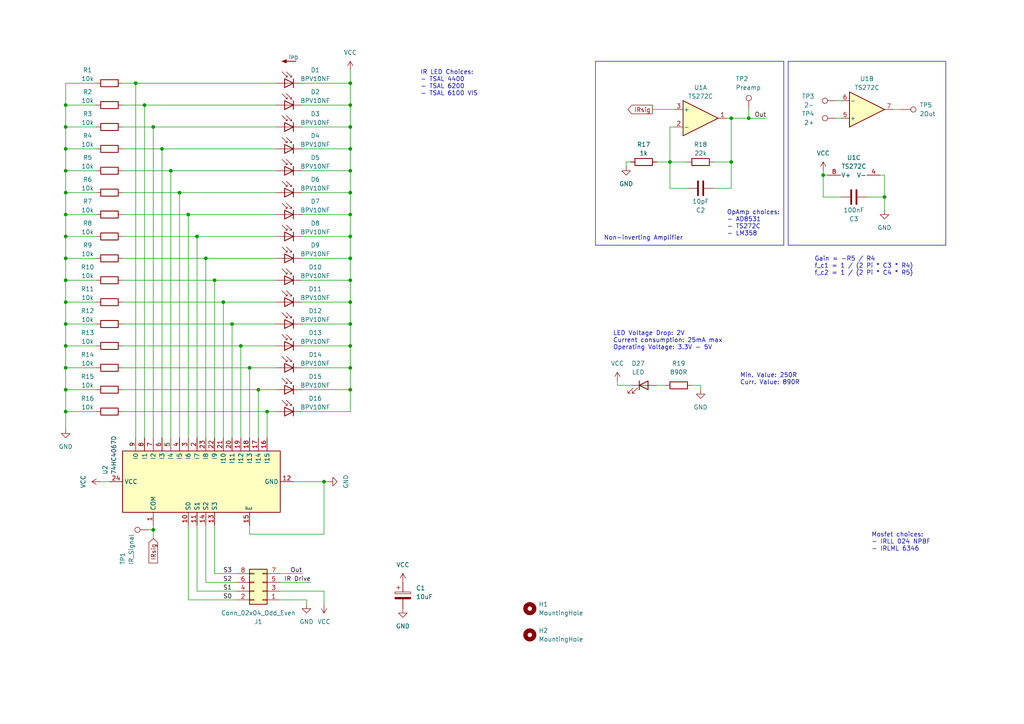
<source format=kicad_sch>
(kicad_sch (version 20230121) (generator eeschema)
  (paper "A4")
  (title_block (title "IR Receiver") (date "2022-11-23") (rev "3") (company "FH Dortmund - 42nibbles") (comment 1 "Jannik Schmöle"))
  (lib_symbols
    (symbol "74xx:CD74HC4067M"
      (property "Reference" "U" (at -8.89 22.86 0))
      (property "Value" "CD74HC4067M" (at 1.27 22.86 0))
      (symbol "CD74HC4067M_0_1"
        (rectangle (start -8.89 21.59) (end 8.89 -24.13) (stroke (width 0.254)) (fill (type background)))
      )
      (symbol "CD74HC4067M_1_1"
        (pin passive line (at -12.7 12.7 0) (length 3.81) (name "COM") (number "1"))
        (pin input line (at -12.7 2.54 0) (length 3.81) (name "S0") (number "10"))
        (pin input line (at -12.7 0 0) (length 3.81) (name "S1") (number "11"))
        (pin power_in line (at 0 -27.94 90) (length 3.81) (name "GND") (number "12"))
        (pin input line (at -12.7 -5.08 0) (length 3.81) (name "S3") (number "13"))
        (pin input line (at -12.7 -2.54 0) (length 3.81) (name "S2") (number "14"))
        (pin input line (at -12.7 -15.24 0) (length 3.81) (name "~{E}") (number "15"))
        (pin passive line (at 12.7 -20.32 180) (length 3.81) (name "I15") (number "16"))
        (pin passive line (at 12.7 -17.78 180) (length 3.81) (name "I14") (number "17"))
        (pin passive line (at 12.7 -15.24 180) (length 3.81) (name "I13") (number "18"))
        (pin passive line (at 12.7 -12.7 180) (length 3.81) (name "I12") (number "19"))
        (pin passive line (at 12.7 0 180) (length 3.81) (name "I7") (number "2"))
        (pin passive line (at 12.7 -10.16 180) (length 3.81) (name "I11") (number "20"))
        (pin passive line (at 12.7 -7.62 180) (length 3.81) (name "I10") (number "21"))
        (pin passive line (at 12.7 -5.08 180) (length 3.81) (name "I9") (number "22"))
        (pin passive line (at 12.7 -2.54 180) (length 3.81) (name "I8") (number "23"))
        (pin power_in line (at 0 25.4 270) (length 3.81) (name "VCC") (number "24"))
        (pin passive line (at 12.7 2.54 180) (length 3.81) (name "I6") (number "3"))
        (pin passive line (at 12.7 5.08 180) (length 3.81) (name "I5") (number "4"))
        (pin passive line (at 12.7 7.62 180) (length 3.81) (name "I4") (number "5"))
        (pin passive line (at 12.7 10.16 180) (length 3.81) (name "I3") (number "6"))
        (pin passive line (at 12.7 12.7 180) (length 3.81) (name "I2") (number "7"))
        (pin passive line (at 12.7 15.24 180) (length 3.81) (name "I1") (number "8"))
        (pin passive line (at 12.7 17.78 180) (length 3.81) (name "I0") (number "9"))
      )
    )
    (symbol "Amplifier_Operational:LM358" (pin_names (offset 0.127))
      (property "Reference" "U" (at 0 5.08 0))
      (property "Value" "LM358" (at 0 -5.08 0))
      (symbol "LM358_1_1"
        (polyline (pts (xy -5.08 5.08) (xy 5.08 0) (xy -5.08 -5.08) (xy -5.08 5.08)) (stroke (width 0.254)) (fill (type background)))
        (pin output line (at 7.62 0 180) (length 2.54) (name "~") (number "1"))
        (pin input line (at -7.62 -2.54 0) (length 2.54) (name "-") (number "2"))
        (pin input line (at -7.62 2.54 0) (length 2.54) (name "+") (number "3"))
      )
      (symbol "LM358_2_1"
        (polyline (pts (xy -5.08 5.08) (xy 5.08 0) (xy -5.08 -5.08) (xy -5.08 5.08)) (stroke (width 0.254)) (fill (type background)))
        (pin input line (at -7.62 2.54 0) (length 2.54) (name "+") (number "5"))
        (pin input line (at -7.62 -2.54 0) (length 2.54) (name "-") (number "6"))
        (pin output line (at 7.62 0 180) (length 2.54) (name "~") (number "7"))
      )
      (symbol "LM358_3_1"
        (pin power_in line (at -2.54 -7.62 90) (length 3.81) (name "V-") (number "4"))
        (pin power_in line (at -2.54 7.62 270) (length 3.81) (name "V+") (number "8"))
      )
    )
    (symbol "Connector:TestPoint" (pin_numbers hide) (pin_names (offset 0.762) hide)
      (property "Reference" "TP" (at 0 6.858 0))
      (property "Value" "TestPoint" (at 0 5.08 0))
      (symbol "TestPoint_0_1"
        (circle (center 0 3.302) (radius 0.762))
      )
      (symbol "TestPoint_1_1"
        (pin passive line (at 0 0 90) (length 2.54) (name "1") (number "1"))
      )
    )
    (symbol "Connector_Generic:Conn_02x04_Odd_Even" (pin_names (offset 1.016) hide)
      (property "Reference" "J" (at 1.27 5.08 0))
      (property "Value" "Conn_02x04_Odd_Even" (at 1.27 -7.62 0))
      (symbol "Conn_02x04_Odd_Even_1_1"
        (rectangle (start -1.27 -4.953) (end 0 -5.207) (stroke (width 0.1524)))
        (rectangle (start -1.27 -2.413) (end 0 -2.667) (stroke (width 0.1524)))
        (rectangle (start -1.27 0.127) (end 0 -0.127) (stroke (width 0.1524)))
        (rectangle (start -1.27 2.667) (end 0 2.413) (stroke (width 0.1524)))
        (rectangle (start -1.27 3.81) (end 3.81 -6.35) (stroke (width 0.254)) (fill (type background)))
        (rectangle (start 3.81 -4.953) (end 2.54 -5.207) (stroke (width 0.1524)))
        (rectangle (start 3.81 -2.413) (end 2.54 -2.667) (stroke (width 0.1524)))
        (rectangle (start 3.81 0.127) (end 2.54 -0.127) (stroke (width 0.1524)))
        (rectangle (start 3.81 2.667) (end 2.54 2.413) (stroke (width 0.1524)))
        (pin passive line (at -5.08 2.54 0) (length 3.81) (name "Pin_1") (number "1"))
        (pin passive line (at 7.62 2.54 180) (length 3.81) (name "Pin_2") (number "2"))
        (pin passive line (at -5.08 0 0) (length 3.81) (name "Pin_3") (number "3"))
        (pin passive line (at 7.62 0 180) (length 3.81) (name "Pin_4") (number "4"))
        (pin passive line (at -5.08 -2.54 0) (length 3.81) (name "Pin_5") (number "5"))
        (pin passive line (at 7.62 -2.54 180) (length 3.81) (name "Pin_6") (number "6"))
        (pin passive line (at -5.08 -5.08 0) (length 3.81) (name "Pin_7") (number "7"))
        (pin passive line (at 7.62 -5.08 180) (length 3.81) (name "Pin_8") (number "8"))
      )
    )
    (symbol "Device:C" (pin_numbers hide) (pin_names (offset 0.254))
      (property "Reference" "C" (at 0.635 2.54 0))
      (property "Value" "C" (at 0.635 -2.54 0))
      (symbol "C_0_1"
        (polyline (pts (xy -2.032 -0.762) (xy 2.032 -0.762)) (stroke (width 0.508)))
        (polyline (pts (xy -2.032 0.762) (xy 2.032 0.762)) (stroke (width 0.508)))
      )
      (symbol "C_1_1"
        (pin passive line (at 0 3.81 270) (length 2.794) (name "~") (number "1"))
        (pin passive line (at 0 -3.81 90) (length 2.794) (name "~") (number "2"))
      )
    )
    (symbol "Device:C_Polarized" (pin_numbers hide) (pin_names (offset 0.254))
      (property "Reference" "C" (at 0.635 2.54 0))
      (property "Value" "C_Polarized" (at 0.635 -2.54 0))
      (symbol "C_Polarized_0_1"
        (rectangle (start -2.286 0.508) (end 2.286 1.016))
        (polyline (pts (xy -1.778 2.286) (xy -0.762 2.286)))
        (polyline (pts (xy -1.27 2.794) (xy -1.27 1.778)))
        (rectangle (start 2.286 -0.508) (end -2.286 -1.016) (fill (type outline)))
      )
      (symbol "C_Polarized_1_1"
        (pin passive line (at 0 3.81 270) (length 2.794) (name "~") (number "1"))
        (pin passive line (at 0 -3.81 90) (length 2.794) (name "~") (number "2"))
      )
    )
    (symbol "Device:D_Photo" (pin_numbers hide) (pin_names hide)
      (property "Reference" "D" (at 0.508 1.778 0))
      (property "Value" "D_Photo" (at -1.016 -2.794 0))
      (symbol "D_Photo_0_1"
        (polyline (pts (xy -2.54 1.27) (xy -2.54 -1.27)) (stroke (width 0.254)))
        (polyline (pts (xy -2.032 1.778) (xy -1.524 1.778)))
        (polyline (pts (xy 0 0) (xy -2.54 0)))
        (polyline (pts (xy -0.508 3.302) (xy -2.032 1.778) (xy -2.032 2.286)))
        (polyline (pts (xy 0 -1.27) (xy 0 1.27) (xy -2.54 0) (xy 0 -1.27)) (stroke (width 0.254)))
        (polyline (pts (xy 0.762 3.302) (xy -0.762 1.778) (xy -0.762 2.286) (xy -0.762 1.778) (xy -0.254 1.778)))
      )
      (symbol "D_Photo_1_1"
        (pin passive line (at -5.08 0 0) (length 2.54) (name "K") (number "1"))
        (pin passive line (at 2.54 0 180) (length 2.54) (name "A") (number "2"))
      )
    )
    (symbol "Device:LED" (pin_numbers hide) (pin_names (offset 1.016) hide)
      (property "Reference" "D" (at 0 2.54 0))
      (property "Value" "LED" (at 0 -2.54 0))
      (symbol "LED_0_1"
        (polyline (pts (xy -1.27 -1.27) (xy -1.27 1.27)) (stroke (width 0.254)))
        (polyline (pts (xy -1.27 0) (xy 1.27 0)))
        (polyline (pts (xy 1.27 -1.27) (xy 1.27 1.27) (xy -1.27 0) (xy 1.27 -1.27)) (stroke (width 0.254)))
        (polyline (pts (xy -3.048 -0.762) (xy -4.572 -2.286) (xy -3.81 -2.286) (xy -4.572 -2.286) (xy -4.572 -1.524)))
        (polyline (pts (xy -1.778 -0.762) (xy -3.302 -2.286) (xy -2.54 -2.286) (xy -3.302 -2.286) (xy -3.302 -1.524)))
      )
      (symbol "LED_1_1"
        (pin passive line (at -3.81 0 0) (length 2.54) (name "K") (number "1"))
        (pin passive line (at 3.81 0 180) (length 2.54) (name "A") (number "2"))
      )
    )
    (symbol "Device:R" (pin_numbers hide) (pin_names (offset 0))
      (property "Reference" "R" (at 2.032 0 90))
      (property "Value" "R" (at 0 0 90))
      (symbol "R_0_1"
        (rectangle (start -1.016 -2.54) (end 1.016 2.54) (stroke (width 0.254)))
      )
      (symbol "R_1_1"
        (pin passive line (at 0 3.81 270) (length 1.27) (name "~") (number "1"))
        (pin passive line (at 0 -3.81 90) (length 1.27) (name "~") (number "2"))
      )
    )
    (symbol "Graphic:SYM_Arrow_Small" (in_bom no) (on_board no)
      (symbol "SYM_Arrow_Small_0_1"
        (polyline (pts (xy 1.524 0) (xy -2.032 0)) (stroke (width 0.254)))
        (polyline (pts (xy 2.032 0) (xy 0.762 -0.508) (xy 0.762 0.508) (xy 2.032 0)) (fill (type outline)))
      )
    )
    (symbol "Mechanical:MountingHole" (pin_names (offset 1.016))
      (property "Reference" "H" (at 0 5.08 0))
      (property "Value" "MountingHole" (at 0 3.175 0))
      (symbol "MountingHole_0_1"
        (circle (center 0 0) (radius 1.27) (stroke (width 1.27)))
      )
    )
    (symbol "power:GND" (power) (pin_names (offset 0))
      (property "Value" "GND" (at 0 -3.81 0))
      (symbol "GND_0_1"
        (polyline (pts (xy 0 0) (xy 0 -1.27) (xy 1.27 -1.27) (xy 0 -2.54) (xy -1.27 -1.27) (xy 0 -1.27)))
      )
      (symbol "GND_1_1"
        (pin power_in line (at 0 0 270) (length 0) hide (name "GND") (number "1"))
      )
    )
    (symbol "power:VCC" (power) (pin_names (offset 0))
      (property "Value" "VCC" (at 0 3.81 0))
      (symbol "VCC_0_1"
        (polyline (pts (xy -0.762 1.27) (xy 0 2.54)))
        (polyline (pts (xy 0 0) (xy 0 2.54)))
        (polyline (pts (xy 0 2.54) (xy 0.762 1.27)))
      )
      (symbol "VCC_1_1"
        (pin power_in line (at 0 0 90) (length 0) hide (name "VCC") (number "1"))
      )
    )
  )
  (junction (at 19.05 74.93))
  (junction (at 101.6 74.93))
  (junction (at 19.05 36.83))
  (junction (at 19.05 49.53))
  (junction (at 19.05 113.03))
  (junction (at 62.23 81.28))
  (junction (at 19.05 106.68))
  (junction (at 93.98 139.7))
  (junction (at 19.05 55.88))
  (junction (at 19.05 93.98))
  (junction (at 101.6 81.28))
  (junction (at 49.53 49.53))
  (junction (at 46.99 43.18))
  (junction (at 19.05 43.18))
  (junction (at 39.37 24.13))
  (junction (at 101.6 49.53))
  (junction (at 212.09 34.29))
  (junction (at 101.6 93.98))
  (junction (at 52.07 55.88))
  (junction (at 19.05 119.38))
  (junction (at 19.05 87.63))
  (junction (at 101.6 68.58))
  (junction (at 44.45 36.83))
  (junction (at 101.6 30.48))
  (junction (at 74.93 113.03))
  (junction (at 217.17 34.29))
  (junction (at 57.15 68.58))
  (junction (at 69.85 100.33))
  (junction (at 101.6 62.23))
  (junction (at 59.69 74.93))
  (junction (at 238.76 50.8))
  (junction (at 101.6 87.63))
  (junction (at 19.05 100.33))
  (junction (at 44.45 153.67))
  (junction (at 54.61 62.23))
  (junction (at 212.09 46.99))
  (junction (at 256.54 57.15))
  (junction (at 101.6 43.18))
  (junction (at 64.77 87.63))
  (junction (at 101.6 24.13))
  (junction (at 19.05 62.23))
  (junction (at 101.6 106.68))
  (junction (at 101.6 113.03))
  (junction (at 67.31 93.98))
  (junction (at 194.31 46.99))
  (junction (at 101.6 55.88))
  (junction (at 101.6 36.83))
  (junction (at 41.91 30.48))
  (junction (at 101.6 100.33))
  (junction (at 19.05 30.48))
  (junction (at 77.47 119.38))
  (junction (at 72.39 106.68))
  (junction (at 19.05 68.58))
  (junction (at 19.05 81.28))
  (wire (pts (xy 80.01 74.93) (xy 59.69 74.93)))
  (wire (pts (xy 62.23 152.4) (xy 62.23 166.37)))
  (wire (pts (xy 101.6 74.93) (xy 101.6 81.28)))
  (wire (pts (xy 59.69 74.93) (xy 59.69 127)))
  (wire (pts (xy 57.15 152.4) (xy 57.15 171.45)))
  (wire (pts (xy 52.07 55.88) (xy 52.07 127)))
  (wire (pts (xy 27.94 93.98) (xy 19.05 93.98)))
  (wire (pts (xy 77.47 119.38) (xy 77.47 127)))
  (wire (pts (xy 256.54 50.8) (xy 255.27 50.8)))
  (wire (pts (xy 27.94 100.33) (xy 19.05 100.33)))
  (wire (pts (xy 182.88 111.76) (xy 179.07 111.76)))
  (wire (pts (xy 72.39 106.68) (xy 72.39 127)))
  (wire (pts (xy 39.37 24.13) (xy 39.37 127)))
  (wire (pts (xy 256.54 50.8) (xy 256.54 57.15)))
  (wire (pts (xy 27.94 36.83) (xy 19.05 36.83)))
  (wire (pts (xy 81.28 168.91) (xy 90.17 168.91)))
  (wire (pts (xy 44.45 156.21) (xy 44.45 153.67)))
  (wire (pts (xy 67.31 93.98) (xy 35.56 93.98)))
  (wire (pts (xy 54.61 62.23) (xy 54.61 127)))
  (wire (pts (xy 64.77 87.63) (xy 35.56 87.63)))
  (wire (pts (xy 212.09 54.61) (xy 212.09 46.99)))
  (wire (pts (xy 101.6 113.03) (xy 101.6 119.38)))
  (wire (pts (xy 19.05 30.48) (xy 19.05 36.83)))
  (wire (pts (xy 80.01 62.23) (xy 54.61 62.23)))
  (wire (pts (xy 199.39 54.61) (xy 194.31 54.61)))
  (wire (pts (xy 19.05 81.28) (xy 19.05 87.63)))
  (wire (pts (xy 27.94 30.48) (xy 19.05 30.48)))
  (wire (pts (xy 182.88 46.99) (xy 181.61 46.99)))
  (wire (pts (xy 194.31 36.83) (xy 194.31 46.99)))
  (wire (pts (xy 88.9 173.99) (xy 81.28 173.99)))
  (wire (pts (xy 62.23 81.28) (xy 62.23 127)))
  (wire (pts (xy 238.76 50.8) (xy 240.03 50.8)))
  (wire (pts (xy 44.45 153.67) (xy 44.45 152.4)))
  (wire (pts (xy 27.94 81.28) (xy 19.05 81.28)))
  (wire (pts (xy 93.98 154.94) (xy 93.98 139.7)))
  (wire (pts (xy 59.69 152.4) (xy 59.69 168.91)))
  (wire (pts (xy 52.07 55.88) (xy 35.56 55.88)))
  (wire (pts (xy 80.01 100.33) (xy 69.85 100.33)))
  (polyline (pts (xy 172.72 71.12) (xy 227.33 71.12)))
  (wire (pts (xy 74.93 113.03) (xy 74.93 127)))
  (wire (pts (xy 242.57 29.21) (xy 243.84 29.21)))
  (polyline (pts (xy 172.72 17.78) (xy 172.72 71.12)))
  (wire (pts (xy 101.6 49.53) (xy 87.63 49.53)))
  (wire (pts (xy 87.63 24.13) (xy 101.6 24.13)))
  (wire (pts (xy 19.05 55.88) (xy 19.05 62.23)))
  (wire (pts (xy 68.58 171.45) (xy 57.15 171.45)))
  (wire (pts (xy 101.6 55.88) (xy 87.63 55.88)))
  (wire (pts (xy 57.15 68.58) (xy 35.56 68.58)))
  (wire (pts (xy 212.09 34.29) (xy 210.82 34.29)))
  (polyline (pts (xy 274.32 71.12) (xy 274.32 17.78)))
  (wire (pts (xy 80.01 55.88) (xy 52.07 55.88)))
  (wire (pts (xy 101.6 100.33) (xy 101.6 106.68)))
  (wire (pts (xy 203.2 113.03) (xy 203.2 111.76)))
  (wire (pts (xy 27.94 43.18) (xy 19.05 43.18)))
  (wire (pts (xy 27.94 68.58) (xy 19.05 68.58)))
  (wire (pts (xy 54.61 173.99) (xy 68.58 173.99)))
  (wire (pts (xy 19.05 49.53) (xy 19.05 55.88)))
  (wire (pts (xy 101.6 113.03) (xy 87.63 113.03)))
  (polyline (pts (xy 172.72 17.78) (xy 227.33 17.78)))
  (wire (pts (xy 101.6 49.53) (xy 101.6 55.88)))
  (wire (pts (xy 243.84 57.15) (xy 238.76 57.15)))
  (wire (pts (xy 80.01 36.83) (xy 44.45 36.83)))
  (wire (pts (xy 46.99 43.18) (xy 35.56 43.18)))
  (wire (pts (xy 101.6 106.68) (xy 87.63 106.68)))
  (wire (pts (xy 80.01 30.48) (xy 41.91 30.48)))
  (wire (pts (xy 101.6 100.33) (xy 87.63 100.33)))
  (wire (pts (xy 54.61 152.4) (xy 54.61 173.99)))
  (wire (pts (xy 194.31 46.99) (xy 199.39 46.99)))
  (wire (pts (xy 101.6 106.68) (xy 101.6 113.03)))
  (wire (pts (xy 101.6 36.83) (xy 101.6 43.18)))
  (wire (pts (xy 81.28 171.45) (xy 93.98 171.45)))
  (wire (pts (xy 43.18 153.67) (xy 44.45 153.67)))
  (wire (pts (xy 95.25 139.7) (xy 93.98 139.7)))
  (polyline (pts (xy 228.6 17.78) (xy 274.32 17.78)))
  (wire (pts (xy 259.08 31.75) (xy 261.62 31.75)))
  (wire (pts (xy 194.31 36.83) (xy 195.58 36.83)))
  (wire (pts (xy 29.21 139.7) (xy 31.75 139.7)))
  (wire (pts (xy 77.47 119.38) (xy 35.56 119.38)))
  (wire (pts (xy 72.39 152.4) (xy 72.39 154.94)))
  (wire (pts (xy 41.91 30.48) (xy 41.91 127)))
  (wire (pts (xy 74.93 113.03) (xy 35.56 113.03)))
  (wire (pts (xy 87.63 87.63) (xy 101.6 87.63)))
  (wire (pts (xy 80.01 24.13) (xy 39.37 24.13)))
  (wire (pts (xy 242.57 34.29) (xy 243.84 34.29)))
  (wire (pts (xy 101.6 20.32) (xy 101.6 24.13)))
  (wire (pts (xy 27.94 55.88) (xy 19.05 55.88)))
  (wire (pts (xy 101.6 24.13) (xy 101.6 30.48)))
  (wire (pts (xy 49.53 49.53) (xy 35.56 49.53)))
  (wire (pts (xy 207.01 54.61) (xy 212.09 54.61)))
  (wire (pts (xy 189.23 31.75) (xy 195.58 31.75)))
  (wire (pts (xy 203.2 111.76) (xy 200.66 111.76)))
  (wire (pts (xy 54.61 62.23) (xy 35.56 62.23)))
  (wire (pts (xy 27.94 113.03) (xy 19.05 113.03)))
  (wire (pts (xy 101.6 93.98) (xy 87.63 93.98)))
  (wire (pts (xy 207.01 46.99) (xy 212.09 46.99)))
  (wire (pts (xy 80.01 93.98) (xy 67.31 93.98)))
  (wire (pts (xy 19.05 93.98) (xy 19.05 100.33)))
  (wire (pts (xy 256.54 60.96) (xy 256.54 57.15)))
  (polyline (pts (xy 228.6 17.78) (xy 228.6 71.12)))
  (polyline (pts (xy 227.33 71.12) (xy 227.33 17.78)))
  (wire (pts (xy 101.6 81.28) (xy 87.63 81.28)))
  (wire (pts (xy 251.46 57.15) (xy 256.54 57.15)))
  (wire (pts (xy 101.6 87.63) (xy 101.6 93.98)))
  (wire (pts (xy 80.01 68.58) (xy 57.15 68.58)))
  (wire (pts (xy 19.05 100.33) (xy 19.05 106.68)))
  (wire (pts (xy 19.05 87.63) (xy 19.05 93.98)))
  (wire (pts (xy 217.17 34.29) (xy 212.09 34.29)))
  (wire (pts (xy 80.01 87.63) (xy 64.77 87.63)))
  (wire (pts (xy 19.05 106.68) (xy 19.05 113.03)))
  (wire (pts (xy 19.05 62.23) (xy 19.05 68.58)))
  (wire (pts (xy 64.77 87.63) (xy 64.77 127)))
  (wire (pts (xy 27.94 49.53) (xy 19.05 49.53)))
  (wire (pts (xy 39.37 24.13) (xy 35.56 24.13)))
  (wire (pts (xy 194.31 54.61) (xy 194.31 46.99)))
  (wire (pts (xy 101.6 30.48) (xy 87.63 30.48)))
  (wire (pts (xy 44.45 36.83) (xy 44.45 127)))
  (wire (pts (xy 27.94 24.13) (xy 19.05 24.13)))
  (wire (pts (xy 87.63 166.37) (xy 81.28 166.37)))
  (wire (pts (xy 190.5 111.76) (xy 193.04 111.76)))
  (wire (pts (xy 69.85 100.33) (xy 35.56 100.33)))
  (wire (pts (xy 72.39 154.94) (xy 93.98 154.94)))
  (wire (pts (xy 80.01 43.18) (xy 46.99 43.18)))
  (wire (pts (xy 41.91 30.48) (xy 35.56 30.48)))
  (wire (pts (xy 85.09 139.7) (xy 93.98 139.7)))
  (wire (pts (xy 59.69 74.93) (xy 35.56 74.93)))
  (wire (pts (xy 101.6 68.58) (xy 101.6 74.93)))
  (wire (pts (xy 101.6 93.98) (xy 101.6 100.33)))
  (wire (pts (xy 19.05 36.83) (xy 19.05 43.18)))
  (wire (pts (xy 72.39 106.68) (xy 35.56 106.68)))
  (wire (pts (xy 87.63 119.38) (xy 101.6 119.38)))
  (wire (pts (xy 101.6 30.48) (xy 101.6 36.83)))
  (wire (pts (xy 68.58 166.37) (xy 62.23 166.37)))
  (wire (pts (xy 19.05 119.38) (xy 19.05 124.46)))
  (wire (pts (xy 46.99 43.18) (xy 46.99 127)))
  (wire (pts (xy 80.01 81.28) (xy 62.23 81.28)))
  (wire (pts (xy 179.07 111.76) (xy 179.07 110.49)))
  (wire (pts (xy 19.05 24.13) (xy 19.05 30.48)))
  (wire (pts (xy 62.23 81.28) (xy 35.56 81.28)))
  (wire (pts (xy 238.76 57.15) (xy 238.76 50.8)))
  (wire (pts (xy 69.85 100.33) (xy 69.85 127)))
  (wire (pts (xy 101.6 62.23) (xy 101.6 68.58)))
  (wire (pts (xy 181.61 46.99) (xy 181.61 48.26)))
  (wire (pts (xy 19.05 68.58) (xy 19.05 74.93)))
  (wire (pts (xy 27.94 119.38) (xy 19.05 119.38)))
  (wire (pts (xy 101.6 43.18) (xy 101.6 49.53)))
  (wire (pts (xy 101.6 81.28) (xy 101.6 87.63)))
  (wire (pts (xy 93.98 171.45) (xy 93.98 175.26)))
  (wire (pts (xy 101.6 36.83) (xy 87.63 36.83)))
  (wire (pts (xy 19.05 74.93) (xy 19.05 81.28)))
  (wire (pts (xy 101.6 43.18) (xy 87.63 43.18)))
  (wire (pts (xy 27.94 106.68) (xy 19.05 106.68)))
  (wire (pts (xy 101.6 68.58) (xy 87.63 68.58)))
  (wire (pts (xy 57.15 68.58) (xy 57.15 127)))
  (wire (pts (xy 44.45 36.83) (xy 35.56 36.83)))
  (wire (pts (xy 59.69 168.91) (xy 68.58 168.91)))
  (wire (pts (xy 190.5 46.99) (xy 194.31 46.99)))
  (wire (pts (xy 27.94 87.63) (xy 19.05 87.63)))
  (wire (pts (xy 19.05 113.03) (xy 19.05 119.38)))
  (wire (pts (xy 19.05 43.18) (xy 19.05 49.53)))
  (wire (pts (xy 217.17 31.75) (xy 217.17 34.29)))
  (wire (pts (xy 67.31 93.98) (xy 67.31 127)))
  (wire (pts (xy 212.09 46.99) (xy 212.09 34.29)))
  (wire (pts (xy 101.6 55.88) (xy 101.6 62.23)))
  (wire (pts (xy 101.6 74.93) (xy 87.63 74.93)))
  (wire (pts (xy 88.9 173.99) (xy 88.9 175.26)))
  (wire (pts (xy 80.01 106.68) (xy 72.39 106.68)))
  (wire (pts (xy 217.17 34.29) (xy 222.25 34.29)))
  (wire (pts (xy 27.94 62.23) (xy 19.05 62.23)))
  (wire (pts (xy 101.6 62.23) (xy 87.63 62.23)))
  (wire (pts (xy 27.94 74.93) (xy 19.05 74.93)))
  (polyline (pts (xy 228.6 71.12) (xy 274.32 71.12)))
  (wire (pts (xy 238.76 49.53) (xy 238.76 50.8)))
  (wire (pts (xy 80.01 113.03) (xy 74.93 113.03)))
  (wire (pts (xy 80.01 119.38) (xy 77.47 119.38)))
  (wire (pts (xy 49.53 49.53) (xy 49.53 127)))
  (wire (pts (xy 80.01 49.53) (xy 49.53 49.53)))
  (text "Mosfet choices:\n- IRLL 024 NPBF\n- IRLML 6346" (at 252.73 160.02 0) (effects (font (size 1.27 1.27)) (justify left bottom)))
  (text "LED Voltage Drop: 2V\nCurrent consumption: 25mA max\nOperating Voltage: 3.3V - 5V" (at 177.8 101.6 0) (effects (font (size 1.27 1.27)) (justify left bottom)))
  (text "OpAmp choices:\n- AD8531\n- TS272C\n- LM358" (at 210.82 68.58 0) (effects (font (size 1.27 1.27)) (justify left bottom)))
  (text "Gain = -R5 / R4\nf_c1 = 1 / (2 Pi * C3 * R4)\nf_c2 = 1 / (2 Pi * C4 * R5)" (at 236.22 80.01 0) (effects (font (size 1.27 1.27)) (justify left bottom)))
  (text "IR LED Choices:\n- TSAL 4400\n- TSAL 6200\n- TSAL 6100 VIS" (at 121.92 27.94 0) (effects (font (size 1.27 1.27)) (justify left bottom)))
  (text "Non-inverting Amplifier" (at 198.12 69.85 0) (effects (font (size 1.27 1.27)) (justify right bottom)))
  (text "Min. Value: 250R\nCurr. Value: 890R" (at 214.63 111.76 0) (effects (font (size 1.27 1.27)) (justify left bottom)))
  (label "S2" (at 67.31 168.91 180))
  (label "IR Drive" (at 90.17 168.91 180))
  (label "Out" (at 87.63 166.37 180))
  (label "S1" (at 67.31 171.45 180))
  (label "S0" (at 67.31 173.99 180))
  (label "Out" (at 222.25 34.29 180))
  (label "S3" (at 67.31 166.37 180))
  (global_label "IRsig" (shape output) (at 189.23 31.75 180) (property "Intersheetrefs" "${INTERSHEET_REFS}" (effects hide)))
  (global_label "IRsig" (shape input) (at 44.45 156.21 270) (property "Intersheetrefs" "${INTERSHEET_REFS}" (effects hide)))
  (symbol (lib_id "Device:R") (at 31.75 43.18 270) (mirror x) (unit 1)
    (property "Reference" "R4" (at 25.4 39.37 90))
    (property "Value" "10k" (at 25.4 41.91 90))
    (property "Footprint" "Resistor_SMD:R_0805_2012Metric_Pad1.20x1.40mm_HandSolder" (effects hide))
  )
  (symbol (lib_id "Connector:TestPoint") (at 43.18 153.67 90) (unit 1)
    (property "Reference" "TP1" (at 35.56 163.83 0) (effects (justify left)))
    (property "Value" "IR_Signal" (at 38.1 163.83 0) (effects (justify left)))
    (property "Footprint" "TestPoint:TestPoint_Pad_D1.0mm" (effects hide))
  )
  (symbol (lib_id "Device:R") (at 31.75 24.13 270) (mirror x) (unit 1)
    (property "Reference" "R1" (at 25.4 20.32 90))
    (property "Value" "10k" (at 25.4 22.86 90))
    (property "Footprint" "Resistor_SMD:R_0805_2012Metric_Pad1.20x1.40mm_HandSolder" (effects hide))
  )
  (symbol (lib_id "Device:D_Photo") (at 82.55 81.28 0) (mirror y) (unit 1)
    (property "Reference" "D10" (at 91.44 77.47 0))
    (property "Value" "BPV10NF" (at 91.44 80.01 0))
    (property "Footprint" "LED_THT:LED_D5.0mm_Horizontal_O3.81mm_Z3.0mm" (effects hide))
  )
  (symbol (lib_id "74xx:CD74HC4067M") (at 57.15 139.7 90) (unit 1)
    (property "Reference" "U2" (at 30.48 137.6806 0) (effects (justify left)))
    (property "Value" "74HC4067D" (at 33.02 137.6806 0) (effects (justify left)))
    (property "Footprint" "Package_SO:SOIC-24W_7.5x15.4mm_P1.27mm" (effects hide))
    (property "Datasheet" "http://www.ti.com/lit/ds/symlink/cd74hc4067.pdf" (effects hide))
  )
  (symbol (lib_id "Device:R") (at 31.75 87.63 270) (mirror x) (unit 1)
    (property "Reference" "R11" (at 25.4 83.82 90))
    (property "Value" "10k" (at 25.4 86.36 90))
    (property "Footprint" "Resistor_SMD:R_0805_2012Metric_Pad1.20x1.40mm_HandSolder" (effects hide))
  )
  (symbol (lib_id "Device:LED") (at 186.69 111.76 0) (unit 1)
    (property "Reference" "D27" (at 185.1025 105.41 0))
    (property "Value" "LED" (at 185.1025 107.95 0))
    (property "Footprint" "LED_SMD:LED_0805_2012Metric_Pad1.15x1.40mm_HandSolder" (effects hide))
  )
  (symbol (lib_id "power:GND") (at 256.54 60.96 0) (unit 1)
    (property "Reference" "#PWR04" (effects hide))
    (property "Value" "GND" (at 256.54 66.04 0))
  )
  (symbol (lib_id "Connector:TestPoint") (at 242.57 34.29 90) (unit 1)
    (property "Reference" "TP4" (at 236.22 33.02 90) (effects (justify left)))
    (property "Value" "2+" (at 236.22 35.56 90) (effects (justify left)))
    (property "Footprint" "TestPoint:TestPoint_Pad_D1.0mm" (effects hide))
  )
  (symbol (lib_id "Connector:TestPoint") (at 261.62 31.75 270) (unit 1)
    (property "Reference" "TP5" (at 266.7 30.48 90) (effects (justify left)))
    (property "Value" "2Out" (at 266.7 33.02 90) (effects (justify left)))
    (property "Footprint" "TestPoint:TestPoint_Pad_D1.0mm" (effects hide))
  )
  (symbol (lib_id "Mechanical:MountingHole") (at 153.67 184.15 0) (unit 1)
    (property "Reference" "H2" (at 156.21 182.8799 0) (effects (justify left)))
    (property "Value" "MountingHole" (at 156.21 185.4199 0) (effects (justify left)))
    (property "Footprint" "MountingHole:MountingHole_3.2mm_M3_DIN965" (effects hide))
  )
  (symbol (lib_id "Device:R") (at 31.75 62.23 270) (mirror x) (unit 1)
    (property "Reference" "R7" (at 25.4 58.42 90))
    (property "Value" "10k" (at 25.4 60.96 90))
    (property "Footprint" "Resistor_SMD:R_0805_2012Metric_Pad1.20x1.40mm_HandSolder" (effects hide))
  )
  (symbol (lib_id "Device:D_Photo") (at 82.55 49.53 0) (mirror y) (unit 1)
    (property "Reference" "D5" (at 91.44 45.72 0))
    (property "Value" "BPV10NF" (at 91.44 48.26 0))
    (property "Footprint" "LED_THT:LED_D5.0mm_Horizontal_O3.81mm_Z3.0mm" (effects hide))
  )
  (symbol (lib_id "power:VCC") (at 179.07 110.49 0) (unit 1)
    (property "Reference" "#PWR05" (effects hide))
    (property "Value" "VCC" (at 179.07 105.41 0))
  )
  (symbol (lib_id "power:VCC") (at 116.84 168.91 0) (unit 1)
    (property "Reference" "#PWR02" (effects hide))
    (property "Value" "VCC" (at 116.84 163.83 0))
  )
  (symbol (lib_id "Device:D_Photo") (at 82.55 30.48 0) (mirror y) (unit 1)
    (property "Reference" "D2" (at 91.44 26.67 0))
    (property "Value" "BPV10NF" (at 91.44 29.21 0))
    (property "Footprint" "LED_THT:LED_D5.0mm_Horizontal_O3.81mm_Z3.0mm" (effects hide))
  )
  (symbol (lib_id "power:VCC") (at 238.76 49.53 0) (unit 1)
    (property "Reference" "#PWR0108" (effects hide))
    (property "Value" "VCC" (at 238.76 44.45 0))
  )
  (symbol (lib_id "Device:D_Photo") (at 82.55 87.63 0) (mirror y) (unit 1)
    (property "Reference" "D11" (at 91.44 83.82 0))
    (property "Value" "BPV10NF" (at 91.44 86.36 0))
    (property "Footprint" "LED_THT:LED_D5.0mm_Horizontal_O3.81mm_Z3.0mm" (effects hide))
  )
  (symbol (lib_id "Device:D_Photo") (at 82.55 100.33 0) (mirror y) (unit 1)
    (property "Reference" "D13" (at 91.44 96.52 0))
    (property "Value" "BPV10NF" (at 91.44 99.06 0))
    (property "Footprint" "LED_THT:LED_D5.0mm_Horizontal_O3.81mm_Z3.0mm" (effects hide))
  )
  (symbol (lib_id "Device:R") (at 31.75 36.83 270) (mirror x) (unit 1)
    (property "Reference" "R3" (at 25.4 33.02 90))
    (property "Value" "10k" (at 25.4 35.56 90))
    (property "Footprint" "Resistor_SMD:R_0805_2012Metric_Pad1.20x1.40mm_HandSolder" (effects hide))
  )
  (symbol (lib_id "Device:D_Photo") (at 82.55 113.03 0) (mirror y) (unit 1)
    (property "Reference" "D15" (at 91.44 109.22 0))
    (property "Value" "BPV10NF" (at 91.44 111.76 0))
    (property "Footprint" "LED_THT:LED_D5.0mm_Horizontal_O3.81mm_Z3.0mm" (effects hide))
  )
  (symbol (lib_id "power:GND") (at 95.25 139.7 90) (unit 1)
    (property "Reference" "#PWR01" (effects hide))
    (property "Value" "GND" (at 100.33 139.7 0))
  )
  (symbol (lib_id "Graphic:SYM_Arrow_Small") (at 83.82 17.78 0) (mirror y) (unit 1) (in_bom no) (on_board no)
    (property "Reference" "#SYM1" (effects hide))
    (property "Value" "I_{PD}" (at 85.09 16.51 0))
    (property "Sim.Enable" "0" (effects hide))
  )
  (symbol (lib_id "Device:D_Photo") (at 82.55 62.23 0) (mirror y) (unit 1)
    (property "Reference" "D7" (at 91.44 58.42 0))
    (property "Value" "BPV10NF" (at 91.44 60.96 0))
    (property "Footprint" "LED_THT:LED_D5.0mm_Horizontal_O3.81mm_Z3.0mm" (effects hide))
  )
  (symbol (lib_id "Connector:TestPoint") (at 217.17 31.75 0) (unit 1)
    (property "Reference" "TP2" (at 213.36 22.86 0) (effects (justify left)))
    (property "Value" "Preamp" (at 213.36 25.4 0) (effects (justify left)))
    (property "Footprint" "TestPoint:TestPoint_Pad_D1.0mm" (effects hide))
  )
  (symbol (lib_id "Device:R") (at 31.75 74.93 270) (mirror x) (unit 1)
    (property "Reference" "R9" (at 25.4 71.12 90))
    (property "Value" "10k" (at 25.4 73.66 90))
    (property "Footprint" "Resistor_SMD:R_0805_2012Metric_Pad1.20x1.40mm_HandSolder" (effects hide))
  )
  (symbol (lib_id "power:VCC") (at 93.98 175.26 180) (unit 1)
    (property "Reference" "#PWR0105" (effects hide))
    (property "Value" "VCC" (at 93.98 180.34 0))
  )
  (symbol (lib_id "Device:D_Photo") (at 82.55 119.38 0) (mirror y) (unit 1)
    (property "Reference" "D16" (at 91.44 115.57 0))
    (property "Value" "BPV10NF" (at 91.44 118.11 0))
    (property "Footprint" "LED_THT:LED_D5.0mm_Horizontal_O3.81mm_Z3.0mm" (effects hide))
  )
  (symbol (lib_id "power:GND") (at 116.84 176.53 0) (unit 1)
    (property "Reference" "#PWR03" (effects hide))
    (property "Value" "GND" (at 116.84 181.61 0))
  )
  (symbol (lib_id "Device:D_Photo") (at 82.55 68.58 0) (mirror y) (unit 1)
    (property "Reference" "D8" (at 91.44 64.77 0))
    (property "Value" "BPV10NF" (at 91.44 67.31 0))
    (property "Footprint" "LED_THT:LED_D5.0mm_Horizontal_O3.81mm_Z3.0mm" (effects hide))
  )
  (symbol (lib_id "Device:D_Photo") (at 82.55 74.93 0) (mirror y) (unit 1)
    (property "Reference" "D9" (at 91.44 71.12 0))
    (property "Value" "BPV10NF" (at 91.44 73.66 0))
    (property "Footprint" "LED_THT:LED_D5.0mm_Horizontal_O3.81mm_Z3.0mm" (effects hide))
  )
  (symbol (lib_id "Connector_Generic:Conn_02x04_Odd_Even") (at 76.2 171.45 180) (unit 1)
    (property "Reference" "J1" (at 74.93 180.34 0))
    (property "Value" "Conn_02x04_Odd_Even" (at 74.93 177.8 0))
    (property "Footprint" "Connector_PinHeader_2.54mm:PinHeader_2x04_P2.54mm_Vertical" (effects hide))
  )
  (symbol (lib_id "Connector:TestPoint") (at 242.57 29.21 90) (unit 1)
    (property "Reference" "TP3" (at 236.22 27.94 90) (effects (justify left)))
    (property "Value" "2-" (at 236.22 30.48 90) (effects (justify left)))
    (property "Footprint" "TestPoint:TestPoint_Pad_D1.0mm" (effects hide))
  )
  (symbol (lib_id "power:GND") (at 181.61 48.26 0) (unit 1)
    (property "Reference" "#PWR0101" (effects hide))
    (property "Value" "GND" (at 181.61 53.34 0))
  )
  (symbol (lib_id "Device:C_Polarized") (at 116.84 172.72 0) (unit 1)
    (property "Reference" "C1" (at 120.65 170.5609 0) (effects (justify left)))
    (property "Value" "10uF" (at 120.65 173.1009 0) (effects (justify left)))
    (property "Footprint" "Capacitor_THT:CP_Radial_D5.0mm_P2.50mm" (effects hide))
  )
  (symbol (lib_id "Device:D_Photo") (at 82.55 36.83 0) (mirror y) (unit 1)
    (property "Reference" "D3" (at 91.44 33.02 0))
    (property "Value" "BPV10NF" (at 91.44 35.56 0))
    (property "Footprint" "LED_THT:LED_D5.0mm_Horizontal_O3.81mm_Z3.0mm" (effects hide))
  )
  (symbol (lib_id "Amplifier_Operational:LM358") (at 251.46 31.75 0) (mirror x) (unit 2)
    (property "Reference" "U1" (at 251.46 22.86 0))
    (property "Value" "TS272C" (at 251.46 25.4 0))
    (property "Footprint" "Package_SO:SOP-8_3.9x4.9mm_P1.27mm" (effects hide))
    (property "Datasheet" "http://www.ti.com/lit/ds/symlink/lm2904-n.pdf" (effects hide))
  )
  (symbol (lib_id "power:GND") (at 19.05 124.46 0) (mirror y) (unit 1)
    (property "Reference" "#PWR0103" (effects hide))
    (property "Value" "GND" (at 19.05 129.54 0))
  )
  (symbol (lib_id "Mechanical:MountingHole") (at 153.67 176.53 0) (unit 1)
    (property "Reference" "H1" (at 156.21 175.2599 0) (effects (justify left)))
    (property "Value" "MountingHole" (at 156.21 177.7999 0) (effects (justify left)))
    (property "Footprint" "MountingHole:MountingHole_3.2mm_M3_DIN965" (effects hide))
  )
  (symbol (lib_id "Device:R") (at 31.75 93.98 270) (mirror x) (unit 1)
    (property "Reference" "R12" (at 25.4 90.17 90))
    (property "Value" "10k" (at 25.4 92.71 90))
    (property "Footprint" "Resistor_SMD:R_0805_2012Metric_Pad1.20x1.40mm_HandSolder" (effects hide))
  )
  (symbol (lib_id "Device:C") (at 203.2 54.61 90) (mirror x) (unit 1)
    (property "Reference" "C2" (at 203.2 60.96 90))
    (property "Value" "10pF" (at 203.2 58.42 90))
    (property "Footprint" "Capacitor_SMD:C_0805_2012Metric_Pad1.18x1.45mm_HandSolder" (effects hide))
  )
  (symbol (lib_id "Device:R") (at 203.2 46.99 90) (unit 1)
    (property "Reference" "R18" (at 203.2 41.91 90))
    (property "Value" "22k" (at 203.2 44.45 90))
    (property "Footprint" "Resistor_SMD:R_0805_2012Metric_Pad1.20x1.40mm_HandSolder" (effects hide))
  )
  (symbol (lib_id "Device:R") (at 31.75 30.48 270) (mirror x) (unit 1)
    (property "Reference" "R2" (at 25.4 26.67 90))
    (property "Value" "10k" (at 25.4 29.21 90))
    (property "Footprint" "Resistor_SMD:R_0805_2012Metric_Pad1.20x1.40mm_HandSolder" (effects hide))
  )
  (symbol (lib_id "Device:R") (at 31.75 68.58 270) (mirror x) (unit 1)
    (property "Reference" "R8" (at 25.4 64.77 90))
    (property "Value" "10k" (at 25.4 67.31 90))
    (property "Footprint" "Resistor_SMD:R_0805_2012Metric_Pad1.20x1.40mm_HandSolder" (effects hide))
  )
  (symbol (lib_id "Device:R") (at 196.85 111.76 90) (unit 1)
    (property "Reference" "R19" (at 196.85 105.41 90))
    (property "Value" "890R" (at 196.85 107.95 90))
    (property "Footprint" "Resistor_SMD:R_0805_2012Metric_Pad1.20x1.40mm_HandSolder" (effects hide))
  )
  (symbol (lib_id "Amplifier_Operational:LM358") (at 247.65 48.26 90) (unit 3)
    (property "Reference" "U1" (at 247.65 45.72 90))
    (property "Value" "TS272C" (at 247.65 48.26 90))
    (property "Footprint" "Package_SO:SOP-8_3.9x4.9mm_P1.27mm" (effects hide))
    (property "Datasheet" "http://www.ti.com/lit/ds/symlink/lm2904-n.pdf" (effects hide))
  )
  (symbol (lib_id "power:GND") (at 203.2 113.03 0) (mirror y) (unit 1)
    (property "Reference" "#PWR06" (effects hide))
    (property "Value" "GND" (at 203.2 118.11 0))
  )
  (symbol (lib_id "Device:R") (at 31.75 55.88 270) (mirror x) (unit 1)
    (property "Reference" "R6" (at 25.4 52.07 90))
    (property "Value" "10k" (at 25.4 54.61 90))
    (property "Footprint" "Resistor_SMD:R_0805_2012Metric_Pad1.20x1.40mm_HandSolder" (effects hide))
  )
  (symbol (lib_id "Device:D_Photo") (at 82.55 24.13 0) (mirror y) (unit 1)
    (property "Reference" "D1" (at 91.44 20.32 0))
    (property "Value" "BPV10NF" (at 91.44 22.86 0))
    (property "Footprint" "LED_THT:LED_D5.0mm_Horizontal_O3.81mm_Z3.0mm" (effects hide))
  )
  (symbol (lib_id "Device:D_Photo") (at 82.55 55.88 0) (mirror y) (unit 1)
    (property "Reference" "D6" (at 91.44 52.07 0))
    (property "Value" "BPV10NF" (at 91.44 54.61 0))
    (property "Footprint" "LED_THT:LED_D5.0mm_Horizontal_O3.81mm_Z3.0mm" (effects hide))
  )
  (symbol (lib_id "Device:R") (at 31.75 49.53 270) (mirror x) (unit 1)
    (property "Reference" "R5" (at 25.4 45.72 90))
    (property "Value" "10k" (at 25.4 48.26 90))
    (property "Footprint" "Resistor_SMD:R_0805_2012Metric_Pad1.20x1.40mm_HandSolder" (effects hide))
  )
  (symbol (lib_id "Device:R") (at 31.75 113.03 270) (mirror x) (unit 1)
    (property "Reference" "R15" (at 25.4 109.22 90))
    (property "Value" "10k" (at 25.4 111.76 90))
    (property "Footprint" "Resistor_SMD:R_0805_2012Metric_Pad1.20x1.40mm_HandSolder" (effects hide))
  )
  (symbol (lib_id "power:GND") (at 88.9 175.26 0) (unit 1)
    (property "Reference" "#PWR0104" (effects hide))
    (property "Value" "GND" (at 88.9 180.34 0))
  )
  (symbol (lib_id "Device:R") (at 186.69 46.99 90) (unit 1)
    (property "Reference" "R17" (at 186.69 41.91 90))
    (property "Value" "1k" (at 186.69 44.45 90))
    (property "Footprint" "Resistor_SMD:R_0805_2012Metric_Pad1.20x1.40mm_HandSolder" (effects hide))
  )
  (symbol (lib_id "power:VCC") (at 29.21 139.7 90) (unit 1)
    (property "Reference" "#PWR0102" (effects hide))
    (property "Value" "VCC" (at 24.13 139.7 0))
  )
  (symbol (lib_id "Device:R") (at 31.75 119.38 270) (mirror x) (unit 1)
    (property "Reference" "R16" (at 25.4 115.57 90))
    (property "Value" "10k" (at 25.4 118.11 90))
    (property "Footprint" "Resistor_SMD:R_0805_2012Metric_Pad1.20x1.40mm_HandSolder" (effects hide))
  )
  (symbol (lib_id "Device:D_Photo") (at 82.55 43.18 0) (mirror y) (unit 1)
    (property "Reference" "D4" (at 91.44 39.37 0))
    (property "Value" "BPV10NF" (at 91.44 41.91 0))
    (property "Footprint" "LED_THT:LED_D5.0mm_Horizontal_O3.81mm_Z3.0mm" (effects hide))
  )
  (symbol (lib_id "Device:R") (at 31.75 106.68 270) (mirror x) (unit 1)
    (property "Reference" "R14" (at 25.4 102.87 90))
    (property "Value" "10k" (at 25.4 105.41 90))
    (property "Footprint" "Resistor_SMD:R_0805_2012Metric_Pad1.20x1.40mm_HandSolder" (effects hide))
  )
  (symbol (lib_id "Device:R") (at 31.75 100.33 270) (mirror x) (unit 1)
    (property "Reference" "R13" (at 25.4 96.52 90))
    (property "Value" "10k" (at 25.4 99.06 90))
    (property "Footprint" "Resistor_SMD:R_0805_2012Metric_Pad1.20x1.40mm_HandSolder" (effects hide))
  )
  (symbol (lib_id "Device:D_Photo") (at 82.55 93.98 0) (mirror y) (unit 1)
    (property "Reference" "D12" (at 91.44 90.17 0))
    (property "Value" "BPV10NF" (at 91.44 92.71 0))
    (property "Footprint" "LED_THT:LED_D5.0mm_Horizontal_O3.81mm_Z3.0mm" (effects hide))
  )
  (symbol (lib_id "Device:R") (at 31.75 81.28 270) (mirror x) (unit 1)
    (property "Reference" "R10" (at 25.4 77.47 90))
    (property "Value" "10k" (at 25.4 80.01 90))
    (property "Footprint" "Resistor_SMD:R_0805_2012Metric_Pad1.20x1.40mm_HandSolder" (effects hide))
  )
  (symbol (lib_id "Amplifier_Operational:LM358") (at 203.2 34.29 0) (unit 1)
    (property "Reference" "U1" (at 203.2 25.4 0))
    (property "Value" "TS272C" (at 203.2 27.94 0))
    (property "Footprint" "Package_SO:SOP-8_3.9x4.9mm_P1.27mm" (effects hide))
    (property "Datasheet" "http://www.ti.com/lit/ds/symlink/lm2904-n.pdf" (effects hide))
  )
  (symbol (lib_id "Device:D_Photo") (at 82.55 106.68 0) (mirror y) (unit 1)
    (property "Reference" "D14" (at 91.44 102.87 0))
    (property "Value" "BPV10NF" (at 91.44 105.41 0))
    (property "Footprint" "LED_THT:LED_D5.0mm_Horizontal_O3.81mm_Z3.0mm" (effects hide))
  )
  (symbol (lib_id "Device:C") (at 247.65 57.15 90) (mirror x) (unit 1)
    (property "Reference" "C3" (at 247.65 63.5 90))
    (property "Value" "100nF" (at 247.65 60.96 90))
    (property "Footprint" "Capacitor_SMD:C_0805_2012Metric_Pad1.18x1.45mm_HandSolder" (effects hide))
  )
  (symbol (lib_id "power:VCC") (at 101.6 20.32 0) (unit 1)
    (property "Reference" "#PWR0109" (effects hide))
    (property "Value" "VCC" (at 101.6 15.24 0))
  )
)
</source>
